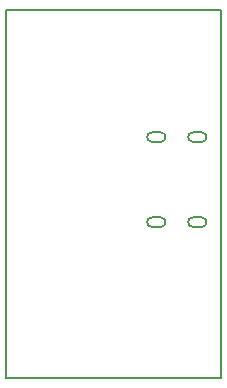
<source format=gm1>
G04 #@! TF.GenerationSoftware,KiCad,Pcbnew,5.0.1*
G04 #@! TF.CreationDate,2019-04-24T11:31:07-07:00*
G04 #@! TF.ProjectId,pmod-samd21-usbu-pth,706D6F642D73616D6432312D75736275,rev?*
G04 #@! TF.SameCoordinates,PX8825afcPY9e4f580*
G04 #@! TF.FileFunction,Profile,NP*
%FSLAX46Y46*%
G04 Gerber Fmt 4.6, Leading zero omitted, Abs format (unit mm)*
G04 Created by KiCad (PCBNEW 5.0.1) date Wed 24 Apr 2019 11:31:07 AM PDT*
%MOMM*%
%LPD*%
G01*
G04 APERTURE LIST*
%ADD10C,0.150000*%
G04 #@! TA.AperFunction,NonConductor*
%ADD11C,0.200000*%
G04 #@! TD*
G04 APERTURE END LIST*
D10*
X-12700Y31126000D02*
X-12700Y0D01*
X18148300Y31126000D02*
X-12700Y31126000D01*
X18148300Y0D02*
X18148300Y31126000D01*
X0Y0D02*
X18148300Y0D01*
D11*
G04 #@! TO.C,J3*
X15780860Y20782620D02*
X16540860Y20782620D01*
X12310860Y19982620D02*
G75*
G02X12310860Y20782620I0J400000D01*
G01*
X12310860Y20782620D02*
X13070860Y20782620D01*
X12310860Y19982620D02*
X13070860Y19982620D01*
X13070860Y19982620D02*
G75*
G03X13070860Y20782620I0J400000D01*
G01*
X15780860Y19982620D02*
G75*
G02X15780860Y20782620I0J400000D01*
G01*
X16540860Y19982620D02*
G75*
G03X16540860Y20782620I0J400000D01*
G01*
X15780860Y19982620D02*
X16540860Y19982620D01*
X15780860Y12782620D02*
G75*
G02X15780860Y13582620I0J400000D01*
G01*
X15780860Y13582620D02*
X16540860Y13582620D01*
X15780860Y12782620D02*
X16540860Y12782620D01*
X16540860Y12782620D02*
G75*
G03X16540860Y13582620I0J400000D01*
G01*
X12310860Y12782620D02*
X13070860Y12782620D01*
X12310860Y13582620D02*
X13070860Y13582620D01*
X13070860Y12782620D02*
G75*
G03X13070860Y13582620I0J400000D01*
G01*
X12310860Y12782620D02*
G75*
G02X12310860Y13582620I0J400000D01*
G01*
G04 #@! TD*
M02*

</source>
